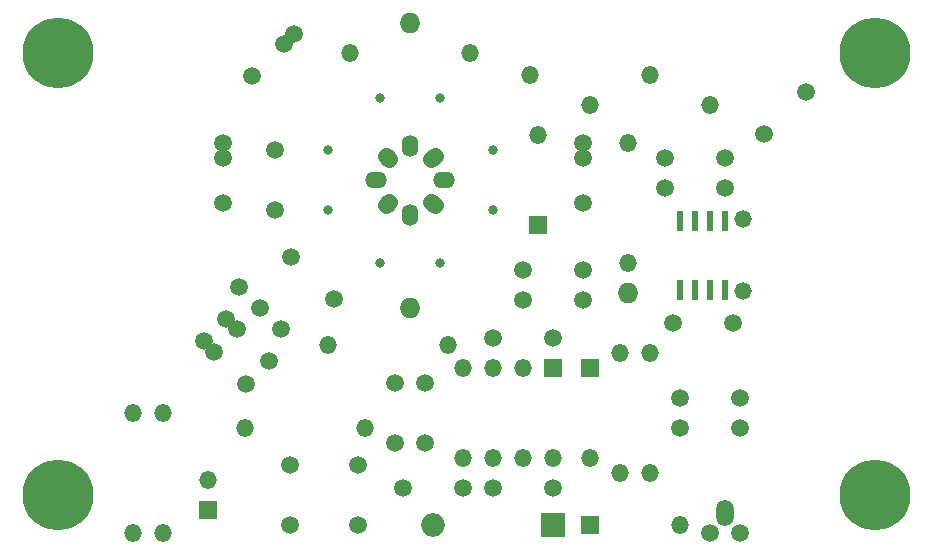
<source format=gts>
G04 (created by PCBNEW (22-Jun-2014 BZR 4027)-stable) date Mon 25 Jun 2018 12:33:54 AM CDT*
%MOIN*%
G04 Gerber Fmt 3.4, Leading zero omitted, Abs format*
%FSLAX34Y34*%
G01*
G70*
G90*
G04 APERTURE LIST*
%ADD10C,0.00590551*%
%ADD11C,0.059*%
%ADD12O,0.059X0.0885*%
%ADD13O,0.059X0.059*%
%ADD14R,0.059X0.059*%
%ADD15C,0.23622*%
%ADD16O,0.069X0.069*%
%ADD17R,0.019X0.07*%
%ADD18O,0.058X0.058*%
%ADD19C,0.056*%
%ADD20O,0.072X0.056*%
%ADD21O,0.056X0.072*%
%ADD22O,0.032X0.032*%
%ADD23R,0.079X0.079*%
%ADD24O,0.079X0.079*%
G04 APERTURE END LIST*
G54D10*
G54D11*
X95750Y-44250D03*
G54D12*
X96250Y-43602D03*
G54D11*
X96750Y-44250D03*
G54D13*
X92750Y-38250D03*
X92750Y-42250D03*
X93750Y-42250D03*
X93750Y-38250D03*
X83000Y-38000D03*
X87000Y-38000D03*
X83750Y-28250D03*
X87750Y-28250D03*
X84250Y-40750D03*
X80250Y-40750D03*
G54D14*
X90500Y-38750D03*
G54D13*
X89500Y-38750D03*
X88500Y-38750D03*
X87500Y-38750D03*
X87500Y-41750D03*
X88500Y-41750D03*
X90500Y-41750D03*
X89500Y-41750D03*
G54D15*
X101250Y-28250D03*
G54D11*
X94750Y-40750D03*
X96750Y-40750D03*
X91500Y-36500D03*
X89500Y-36500D03*
X85250Y-41250D03*
X85250Y-39250D03*
X86250Y-41250D03*
X86250Y-39250D03*
X88500Y-42750D03*
X90500Y-42750D03*
X81792Y-35042D03*
X83207Y-36457D03*
X81250Y-31500D03*
X81250Y-33500D03*
X96750Y-39750D03*
X94750Y-39750D03*
X90500Y-37750D03*
X88500Y-37750D03*
X87500Y-42750D03*
X85500Y-42750D03*
G54D16*
X85750Y-36750D03*
G54D11*
X81883Y-27616D03*
X80469Y-29030D03*
X81530Y-27969D03*
X79500Y-31250D03*
X79500Y-33250D03*
X79500Y-31750D03*
X91500Y-31250D03*
X91500Y-33250D03*
X91500Y-31750D03*
G54D15*
X74000Y-43000D03*
G54D16*
X85750Y-27250D03*
G54D17*
X96250Y-33850D03*
X95750Y-33850D03*
X95250Y-33850D03*
X94750Y-33850D03*
X94750Y-36150D03*
X95250Y-36150D03*
X95750Y-36150D03*
X96250Y-36150D03*
G54D13*
X89750Y-29000D03*
X93750Y-29000D03*
X95750Y-30000D03*
X91750Y-30000D03*
X93000Y-31250D03*
X93000Y-35250D03*
G54D11*
X94250Y-31750D03*
X96250Y-31750D03*
X96250Y-32750D03*
X94250Y-32750D03*
X96500Y-37250D03*
X94500Y-37250D03*
G54D16*
X93000Y-36250D03*
G54D11*
X79616Y-37116D03*
X81030Y-38530D03*
X79969Y-37469D03*
X78866Y-37866D03*
X80280Y-39280D03*
X79219Y-38219D03*
X80042Y-36042D03*
X81457Y-37457D03*
X80750Y-36750D03*
G54D18*
X96850Y-33800D03*
X96850Y-36200D03*
G54D19*
X85042Y-31792D02*
X84929Y-31679D01*
X86570Y-31679D02*
X86457Y-31792D01*
G54D20*
X86890Y-32500D03*
G54D21*
X85750Y-31359D03*
G54D19*
X86570Y-33320D02*
X86457Y-33207D01*
G54D21*
X85750Y-33640D03*
G54D19*
X85042Y-33207D02*
X84929Y-33320D01*
G54D20*
X84609Y-32500D03*
G54D11*
X84000Y-44000D03*
X84000Y-42000D03*
X91500Y-35500D03*
X89500Y-35500D03*
G54D15*
X74000Y-28250D03*
X101250Y-43000D03*
G54D22*
X84750Y-29750D03*
X86750Y-29750D03*
X88500Y-31500D03*
X88500Y-33500D03*
X83000Y-31500D03*
X83000Y-33500D03*
X84750Y-35250D03*
X86750Y-35250D03*
G54D13*
X77500Y-44250D03*
X77500Y-40250D03*
X76500Y-44250D03*
X76500Y-40250D03*
G54D14*
X79000Y-43500D03*
G54D13*
X79000Y-42500D03*
G54D11*
X81750Y-44000D03*
X81750Y-42000D03*
G54D14*
X91750Y-44000D03*
G54D13*
X94750Y-44000D03*
G54D14*
X90000Y-34000D03*
G54D13*
X90000Y-31000D03*
G54D14*
X91750Y-38750D03*
G54D13*
X91750Y-41750D03*
G54D23*
X90500Y-44000D03*
G54D24*
X86500Y-44000D03*
G54D11*
X97542Y-30957D03*
X98957Y-29542D03*
M02*

</source>
